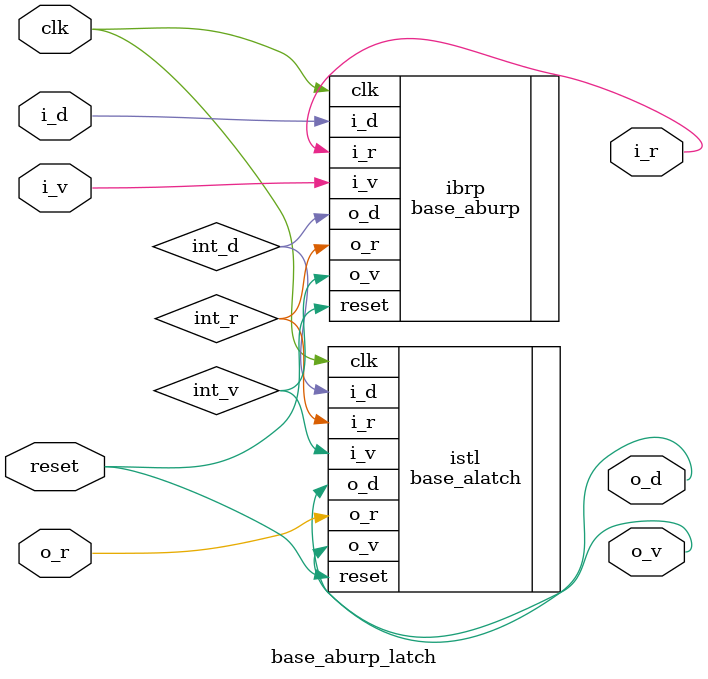
<source format=sv>
/*
 * Copyright 2017 IBM Corporation
 * Licensed to the Apache Software Foundation (ASF) under one
 * or more contributor license agreements.  See the NOTICE file
 * distributed with this work for additional information
 * regarding copyright ownership.  The ASF licenses this file
 * to you under the Apache License, Version 2.0 (the
 * "License"); you may not use this file except in compliance
 * with the License.  You may obtain a copy of the License at
 *
 *     http://www.apache.org/licenses/LICENSE-2.0
 *
 * Unless required by applicable law or agreed to in writing, software
 * distributed under the License is distributed on an "AS IS" BASIS,
 * WITHOUT WARRANTIES OR CONDITIONS OF ANY KIND, either express or implied.
 * See the License for the specific language governing permissions and
 * limitations under the License.
 *
 * Author: Andrew K Martin akmartin@us.ibm.com
 */
 
module base_aburp_latch#
  (
   parameter width=1,
   parameter del_width=0
   )
  (
   input 	      clk, reset,
   input 	      i_v,
   input [0:(width+del_width)-1]  i_d,
   output 	      i_r,
   output 	      o_v,
   output [0:(width+del_width)-1] o_d,
   input 	      o_r
   );
   

   wire 	      int_v, int_r;
   wire [0:(width+del_width)-1]   int_d;
   
   
   base_aburp#(.width(width),.del_width(del_width))  ibrp(.clk(clk), .reset(reset), .i_v(i_v), .i_d(i_d), .i_r(i_r), .o_v(int_v), .o_d(int_d), .o_r(int_r));
   base_alatch#(.width(width),.del_width(del_width)) istl(.clk(clk), .reset(reset), .i_v(int_v), .i_d(int_d), .i_r(int_r), .o_v(o_v), .o_d(o_d), .o_r(o_r));

endmodule // base_burp

   
	     
	 
   
   


</source>
